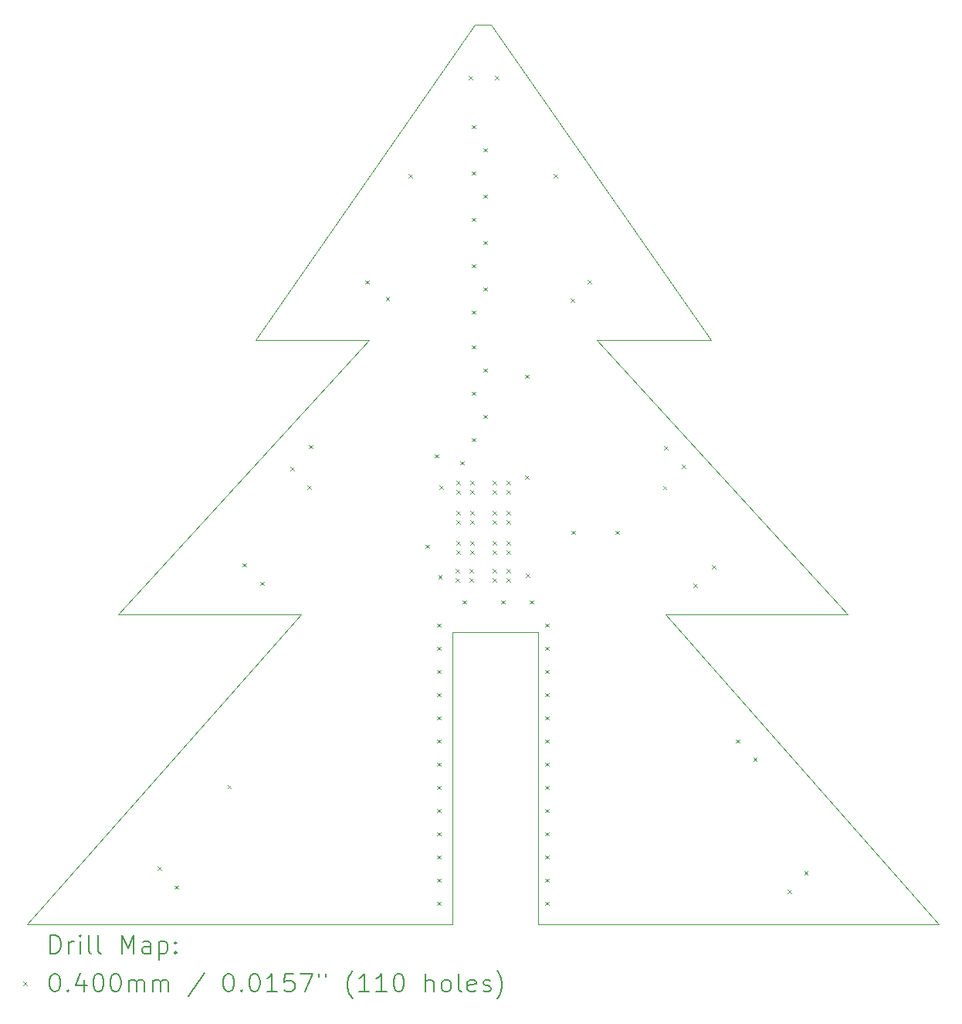
<source format=gbr>
%TF.GenerationSoftware,KiCad,Pcbnew,7.0.8*%
%TF.CreationDate,2024-11-08T22:29:14+01:00*%
%TF.ProjectId,PCB_Christmas_Tree.kicad_pcb_bez_logo_AGH,5043425f-4368-4726-9973-746d61735f54,rev?*%
%TF.SameCoordinates,Original*%
%TF.FileFunction,Drillmap*%
%TF.FilePolarity,Positive*%
%FSLAX45Y45*%
G04 Gerber Fmt 4.5, Leading zero omitted, Abs format (unit mm)*
G04 Created by KiCad (PCBNEW 7.0.8) date 2024-11-08 22:29:14*
%MOMM*%
%LPD*%
G01*
G04 APERTURE LIST*
%ADD10C,0.100000*%
%ADD11C,0.200000*%
%ADD12C,0.040000*%
G04 APERTURE END LIST*
D10*
X11682300Y-10809800D02*
X14682300Y-14209800D01*
X9346700Y-11009800D02*
X9346700Y-14208400D01*
X10932300Y-7809800D02*
X13682300Y-10809800D01*
X8432300Y-7809800D02*
X5682300Y-10809800D01*
X10282300Y-14209800D02*
X10282300Y-11009800D01*
X9772300Y-4349800D02*
X9592300Y-4349800D01*
X9772300Y-4349800D02*
X12182300Y-7809800D01*
X9592300Y-4349800D02*
X7182300Y-7809800D01*
X7182300Y-7809800D02*
X8432300Y-7809800D01*
X10282300Y-14209800D02*
X14682300Y-14209800D01*
X7682300Y-10809800D02*
X4682300Y-14209800D01*
X13682300Y-10809800D02*
X11682300Y-10809800D01*
X4682300Y-14209800D02*
X9346700Y-14208400D01*
X7682300Y-10809800D02*
X5682300Y-10809800D01*
X10282300Y-11009800D02*
X9346700Y-11009800D01*
X10932300Y-7809800D02*
X12182300Y-7809800D01*
D11*
D12*
X6111060Y-13573720D02*
X6151060Y-13613720D01*
X6151060Y-13573720D02*
X6111060Y-13613720D01*
X6299020Y-13782000D02*
X6339020Y-13822000D01*
X6339020Y-13782000D02*
X6299020Y-13822000D01*
X6878140Y-12679640D02*
X6918140Y-12719640D01*
X6918140Y-12679640D02*
X6878140Y-12719640D01*
X7045780Y-10251400D02*
X7085780Y-10291400D01*
X7085780Y-10251400D02*
X7045780Y-10291400D01*
X7238820Y-10454600D02*
X7278820Y-10494600D01*
X7278820Y-10454600D02*
X7238820Y-10494600D01*
X7569020Y-9194760D02*
X7609020Y-9234760D01*
X7609020Y-9194760D02*
X7569020Y-9234760D01*
X7756980Y-9397960D02*
X7796980Y-9437960D01*
X7796980Y-9397960D02*
X7756980Y-9437960D01*
X7772220Y-8956000D02*
X7812220Y-8996000D01*
X7812220Y-8956000D02*
X7772220Y-8996000D01*
X8391980Y-7152600D02*
X8431980Y-7192600D01*
X8431980Y-7152600D02*
X8391980Y-7192600D01*
X8614400Y-7336100D02*
X8654400Y-7376100D01*
X8654400Y-7336100D02*
X8614400Y-7376100D01*
X8864420Y-5989280D02*
X8904420Y-6029280D01*
X8904420Y-5989280D02*
X8864420Y-6029280D01*
X9047300Y-10048200D02*
X9087300Y-10088200D01*
X9087300Y-10048200D02*
X9047300Y-10088200D01*
X9148900Y-9057600D02*
X9188900Y-9097600D01*
X9188900Y-9057600D02*
X9148900Y-9097600D01*
X9174300Y-10911800D02*
X9214300Y-10951800D01*
X9214300Y-10911800D02*
X9174300Y-10951800D01*
X9174300Y-11165800D02*
X9214300Y-11205800D01*
X9214300Y-11165800D02*
X9174300Y-11205800D01*
X9174300Y-11419800D02*
X9214300Y-11459800D01*
X9214300Y-11419800D02*
X9174300Y-11459800D01*
X9174300Y-11673800D02*
X9214300Y-11713800D01*
X9214300Y-11673800D02*
X9174300Y-11713800D01*
X9174300Y-11927800D02*
X9214300Y-11967800D01*
X9214300Y-11927800D02*
X9174300Y-11967800D01*
X9174300Y-12181800D02*
X9214300Y-12221800D01*
X9214300Y-12181800D02*
X9174300Y-12221800D01*
X9174300Y-12435800D02*
X9214300Y-12475800D01*
X9214300Y-12435800D02*
X9174300Y-12475800D01*
X9174300Y-12689800D02*
X9214300Y-12729800D01*
X9214300Y-12689800D02*
X9174300Y-12729800D01*
X9174300Y-12943800D02*
X9214300Y-12983800D01*
X9214300Y-12943800D02*
X9174300Y-12983800D01*
X9174300Y-13197800D02*
X9214300Y-13237800D01*
X9214300Y-13197800D02*
X9174300Y-13237800D01*
X9174300Y-13451800D02*
X9214300Y-13491800D01*
X9214300Y-13451800D02*
X9174300Y-13491800D01*
X9174300Y-13705800D02*
X9214300Y-13745800D01*
X9214300Y-13705800D02*
X9174300Y-13745800D01*
X9174300Y-13959800D02*
X9214300Y-13999800D01*
X9214300Y-13959800D02*
X9174300Y-13999800D01*
X9189540Y-10383480D02*
X9229540Y-10423480D01*
X9229540Y-10383480D02*
X9189540Y-10423480D01*
X9199700Y-9400800D02*
X9239700Y-9440800D01*
X9239700Y-9400800D02*
X9199700Y-9440800D01*
X9377500Y-10314900D02*
X9417500Y-10354900D01*
X9417500Y-10314900D02*
X9377500Y-10354900D01*
X9377500Y-10416500D02*
X9417500Y-10456500D01*
X9417500Y-10416500D02*
X9377500Y-10456500D01*
X9390200Y-9349700D02*
X9430200Y-9389700D01*
X9430200Y-9349700D02*
X9390200Y-9389700D01*
X9390200Y-9451300D02*
X9430200Y-9491300D01*
X9430200Y-9451300D02*
X9390200Y-9491300D01*
X9390200Y-9679900D02*
X9430200Y-9719900D01*
X9430200Y-9679900D02*
X9390200Y-9719900D01*
X9390200Y-9781500D02*
X9430200Y-9821500D01*
X9430200Y-9781500D02*
X9390200Y-9821500D01*
X9390200Y-10010100D02*
X9430200Y-10050100D01*
X9430200Y-10010100D02*
X9390200Y-10050100D01*
X9390200Y-10111700D02*
X9430200Y-10151700D01*
X9430200Y-10111700D02*
X9390200Y-10151700D01*
X9428300Y-9133800D02*
X9468300Y-9173800D01*
X9468300Y-9133800D02*
X9428300Y-9173800D01*
X9453700Y-10657800D02*
X9493700Y-10697800D01*
X9493700Y-10657800D02*
X9453700Y-10697800D01*
X9522300Y-4909800D02*
X9562300Y-4949800D01*
X9562300Y-4909800D02*
X9522300Y-4949800D01*
X9529900Y-10314900D02*
X9569900Y-10354900D01*
X9569900Y-10314900D02*
X9529900Y-10354900D01*
X9529900Y-10416500D02*
X9569900Y-10456500D01*
X9569900Y-10416500D02*
X9529900Y-10456500D01*
X9542600Y-9349700D02*
X9582600Y-9389700D01*
X9582600Y-9349700D02*
X9542600Y-9389700D01*
X9542600Y-9451300D02*
X9582600Y-9491300D01*
X9582600Y-9451300D02*
X9542600Y-9491300D01*
X9542600Y-9679900D02*
X9582600Y-9719900D01*
X9582600Y-9679900D02*
X9542600Y-9719900D01*
X9542600Y-9781500D02*
X9582600Y-9821500D01*
X9582600Y-9781500D02*
X9542600Y-9821500D01*
X9542600Y-10010100D02*
X9582600Y-10050100D01*
X9582600Y-10010100D02*
X9542600Y-10050100D01*
X9542600Y-10111700D02*
X9582600Y-10151700D01*
X9582600Y-10111700D02*
X9542600Y-10151700D01*
X9555300Y-5450800D02*
X9595300Y-5490800D01*
X9595300Y-5450800D02*
X9555300Y-5490800D01*
X9555300Y-5958800D02*
X9595300Y-5998800D01*
X9595300Y-5958800D02*
X9555300Y-5998800D01*
X9555300Y-6466800D02*
X9595300Y-6506800D01*
X9595300Y-6466800D02*
X9555300Y-6506800D01*
X9555300Y-6974800D02*
X9595300Y-7014800D01*
X9595300Y-6974800D02*
X9555300Y-7014800D01*
X9555300Y-7482800D02*
X9595300Y-7522800D01*
X9595300Y-7482800D02*
X9555300Y-7522800D01*
X9555300Y-7863800D02*
X9595300Y-7903800D01*
X9595300Y-7863800D02*
X9555300Y-7903800D01*
X9555300Y-8371800D02*
X9595300Y-8411800D01*
X9595300Y-8371800D02*
X9555300Y-8411800D01*
X9555300Y-8879800D02*
X9595300Y-8919800D01*
X9595300Y-8879800D02*
X9555300Y-8919800D01*
X9682300Y-5704800D02*
X9722300Y-5744800D01*
X9722300Y-5704800D02*
X9682300Y-5744800D01*
X9682300Y-6212800D02*
X9722300Y-6252800D01*
X9722300Y-6212800D02*
X9682300Y-6252800D01*
X9682300Y-6720800D02*
X9722300Y-6760800D01*
X9722300Y-6720800D02*
X9682300Y-6760800D01*
X9682300Y-7228800D02*
X9722300Y-7268800D01*
X9722300Y-7228800D02*
X9682300Y-7268800D01*
X9682300Y-8117800D02*
X9722300Y-8157800D01*
X9722300Y-8117800D02*
X9682300Y-8157800D01*
X9682300Y-8625800D02*
X9722300Y-8665800D01*
X9722300Y-8625800D02*
X9682300Y-8665800D01*
X9783900Y-9349700D02*
X9823900Y-9389700D01*
X9823900Y-9349700D02*
X9783900Y-9389700D01*
X9783900Y-9451300D02*
X9823900Y-9491300D01*
X9823900Y-9451300D02*
X9783900Y-9491300D01*
X9783900Y-9679900D02*
X9823900Y-9719900D01*
X9823900Y-9679900D02*
X9783900Y-9719900D01*
X9783900Y-9781500D02*
X9823900Y-9821500D01*
X9823900Y-9781500D02*
X9783900Y-9821500D01*
X9783900Y-10010100D02*
X9823900Y-10050100D01*
X9823900Y-10010100D02*
X9783900Y-10050100D01*
X9783900Y-10111700D02*
X9823900Y-10151700D01*
X9823900Y-10111700D02*
X9783900Y-10151700D01*
X9783900Y-10314900D02*
X9823900Y-10354900D01*
X9823900Y-10314900D02*
X9783900Y-10354900D01*
X9783900Y-10416500D02*
X9823900Y-10456500D01*
X9823900Y-10416500D02*
X9783900Y-10456500D01*
X9812300Y-4909800D02*
X9852300Y-4949800D01*
X9852300Y-4909800D02*
X9812300Y-4949800D01*
X9880420Y-10657800D02*
X9920420Y-10697800D01*
X9920420Y-10657800D02*
X9880420Y-10697800D01*
X9936300Y-9349700D02*
X9976300Y-9389700D01*
X9976300Y-9349700D02*
X9936300Y-9389700D01*
X9936300Y-9451300D02*
X9976300Y-9491300D01*
X9976300Y-9451300D02*
X9936300Y-9491300D01*
X9936300Y-9679900D02*
X9976300Y-9719900D01*
X9976300Y-9679900D02*
X9936300Y-9719900D01*
X9936300Y-9781500D02*
X9976300Y-9821500D01*
X9976300Y-9781500D02*
X9936300Y-9821500D01*
X9936300Y-10010100D02*
X9976300Y-10050100D01*
X9976300Y-10010100D02*
X9936300Y-10050100D01*
X9936300Y-10111700D02*
X9976300Y-10151700D01*
X9976300Y-10111700D02*
X9936300Y-10151700D01*
X9936300Y-10314900D02*
X9976300Y-10354900D01*
X9976300Y-10314900D02*
X9936300Y-10354900D01*
X9936300Y-10416500D02*
X9976300Y-10456500D01*
X9976300Y-10416500D02*
X9936300Y-10456500D01*
X10144580Y-8183840D02*
X10184580Y-8223840D01*
X10184580Y-8183840D02*
X10144580Y-8223840D01*
X10144580Y-9291280D02*
X10184580Y-9331280D01*
X10184580Y-9291280D02*
X10144580Y-9331280D01*
X10152200Y-10365700D02*
X10192200Y-10405700D01*
X10192200Y-10365700D02*
X10152200Y-10405700D01*
X10190300Y-10657800D02*
X10230300Y-10697800D01*
X10230300Y-10657800D02*
X10190300Y-10697800D01*
X10362300Y-10911800D02*
X10402300Y-10951800D01*
X10402300Y-10911800D02*
X10362300Y-10951800D01*
X10362300Y-11165800D02*
X10402300Y-11205800D01*
X10402300Y-11165800D02*
X10362300Y-11205800D01*
X10362300Y-11419800D02*
X10402300Y-11459800D01*
X10402300Y-11419800D02*
X10362300Y-11459800D01*
X10362300Y-11673800D02*
X10402300Y-11713800D01*
X10402300Y-11673800D02*
X10362300Y-11713800D01*
X10362300Y-11927800D02*
X10402300Y-11967800D01*
X10402300Y-11927800D02*
X10362300Y-11967800D01*
X10362300Y-12181800D02*
X10402300Y-12221800D01*
X10402300Y-12181800D02*
X10362300Y-12221800D01*
X10362300Y-12435800D02*
X10402300Y-12475800D01*
X10402300Y-12435800D02*
X10362300Y-12475800D01*
X10362300Y-12689800D02*
X10402300Y-12729800D01*
X10402300Y-12689800D02*
X10362300Y-12729800D01*
X10362300Y-12943800D02*
X10402300Y-12983800D01*
X10402300Y-12943800D02*
X10362300Y-12983800D01*
X10362300Y-13197800D02*
X10402300Y-13237800D01*
X10402300Y-13197800D02*
X10362300Y-13237800D01*
X10362300Y-13451800D02*
X10402300Y-13491800D01*
X10402300Y-13451800D02*
X10362300Y-13491800D01*
X10362300Y-13705800D02*
X10402300Y-13745800D01*
X10402300Y-13705800D02*
X10362300Y-13745800D01*
X10362300Y-13959800D02*
X10402300Y-13999800D01*
X10402300Y-13959800D02*
X10362300Y-13999800D01*
X10454460Y-5989280D02*
X10494460Y-6029280D01*
X10494460Y-5989280D02*
X10454460Y-6029280D01*
X10642300Y-7350400D02*
X10682300Y-7390400D01*
X10682300Y-7350400D02*
X10642300Y-7390400D01*
X10647500Y-9895800D02*
X10687500Y-9935800D01*
X10687500Y-9895800D02*
X10647500Y-9935800D01*
X10830380Y-7147520D02*
X10870380Y-7187520D01*
X10870380Y-7147520D02*
X10830380Y-7187520D01*
X11130100Y-9895800D02*
X11170100Y-9935800D01*
X11170100Y-9895800D02*
X11130100Y-9935800D01*
X11653340Y-9403040D02*
X11693340Y-9443040D01*
X11693340Y-9403040D02*
X11653340Y-9443040D01*
X11663500Y-8966160D02*
X11703500Y-9006160D01*
X11703500Y-8966160D02*
X11663500Y-9006160D01*
X11861620Y-9169360D02*
X11901620Y-9209360D01*
X11901620Y-9169360D02*
X11861620Y-9209360D01*
X11988620Y-10474920D02*
X12028620Y-10514920D01*
X12028620Y-10474920D02*
X11988620Y-10514920D01*
X12191820Y-10271720D02*
X12231820Y-10311720D01*
X12231820Y-10271720D02*
X12191820Y-10311720D01*
X12455980Y-12181800D02*
X12495980Y-12221800D01*
X12495980Y-12181800D02*
X12455980Y-12221800D01*
X12643940Y-12379920D02*
X12683940Y-12419920D01*
X12683940Y-12379920D02*
X12643940Y-12419920D01*
X13019860Y-13827720D02*
X13059860Y-13867720D01*
X13059860Y-13827720D02*
X13019860Y-13867720D01*
X13202740Y-13624520D02*
X13242740Y-13664520D01*
X13242740Y-13624520D02*
X13202740Y-13664520D01*
D11*
X4938077Y-14526284D02*
X4938077Y-14326284D01*
X4938077Y-14326284D02*
X4985696Y-14326284D01*
X4985696Y-14326284D02*
X5014267Y-14335808D01*
X5014267Y-14335808D02*
X5033315Y-14354855D01*
X5033315Y-14354855D02*
X5042839Y-14373903D01*
X5042839Y-14373903D02*
X5052363Y-14411998D01*
X5052363Y-14411998D02*
X5052363Y-14440569D01*
X5052363Y-14440569D02*
X5042839Y-14478665D01*
X5042839Y-14478665D02*
X5033315Y-14497712D01*
X5033315Y-14497712D02*
X5014267Y-14516760D01*
X5014267Y-14516760D02*
X4985696Y-14526284D01*
X4985696Y-14526284D02*
X4938077Y-14526284D01*
X5138077Y-14526284D02*
X5138077Y-14392950D01*
X5138077Y-14431046D02*
X5147601Y-14411998D01*
X5147601Y-14411998D02*
X5157124Y-14402474D01*
X5157124Y-14402474D02*
X5176172Y-14392950D01*
X5176172Y-14392950D02*
X5195220Y-14392950D01*
X5261886Y-14526284D02*
X5261886Y-14392950D01*
X5261886Y-14326284D02*
X5252363Y-14335808D01*
X5252363Y-14335808D02*
X5261886Y-14345331D01*
X5261886Y-14345331D02*
X5271410Y-14335808D01*
X5271410Y-14335808D02*
X5261886Y-14326284D01*
X5261886Y-14326284D02*
X5261886Y-14345331D01*
X5385696Y-14526284D02*
X5366648Y-14516760D01*
X5366648Y-14516760D02*
X5357124Y-14497712D01*
X5357124Y-14497712D02*
X5357124Y-14326284D01*
X5490458Y-14526284D02*
X5471410Y-14516760D01*
X5471410Y-14516760D02*
X5461886Y-14497712D01*
X5461886Y-14497712D02*
X5461886Y-14326284D01*
X5719029Y-14526284D02*
X5719029Y-14326284D01*
X5719029Y-14326284D02*
X5785696Y-14469141D01*
X5785696Y-14469141D02*
X5852362Y-14326284D01*
X5852362Y-14326284D02*
X5852362Y-14526284D01*
X6033315Y-14526284D02*
X6033315Y-14421522D01*
X6033315Y-14421522D02*
X6023791Y-14402474D01*
X6023791Y-14402474D02*
X6004743Y-14392950D01*
X6004743Y-14392950D02*
X5966648Y-14392950D01*
X5966648Y-14392950D02*
X5947601Y-14402474D01*
X6033315Y-14516760D02*
X6014267Y-14526284D01*
X6014267Y-14526284D02*
X5966648Y-14526284D01*
X5966648Y-14526284D02*
X5947601Y-14516760D01*
X5947601Y-14516760D02*
X5938077Y-14497712D01*
X5938077Y-14497712D02*
X5938077Y-14478665D01*
X5938077Y-14478665D02*
X5947601Y-14459617D01*
X5947601Y-14459617D02*
X5966648Y-14450093D01*
X5966648Y-14450093D02*
X6014267Y-14450093D01*
X6014267Y-14450093D02*
X6033315Y-14440569D01*
X6128553Y-14392950D02*
X6128553Y-14592950D01*
X6128553Y-14402474D02*
X6147601Y-14392950D01*
X6147601Y-14392950D02*
X6185696Y-14392950D01*
X6185696Y-14392950D02*
X6204743Y-14402474D01*
X6204743Y-14402474D02*
X6214267Y-14411998D01*
X6214267Y-14411998D02*
X6223791Y-14431046D01*
X6223791Y-14431046D02*
X6223791Y-14488188D01*
X6223791Y-14488188D02*
X6214267Y-14507236D01*
X6214267Y-14507236D02*
X6204743Y-14516760D01*
X6204743Y-14516760D02*
X6185696Y-14526284D01*
X6185696Y-14526284D02*
X6147601Y-14526284D01*
X6147601Y-14526284D02*
X6128553Y-14516760D01*
X6309505Y-14507236D02*
X6319029Y-14516760D01*
X6319029Y-14516760D02*
X6309505Y-14526284D01*
X6309505Y-14526284D02*
X6299982Y-14516760D01*
X6299982Y-14516760D02*
X6309505Y-14507236D01*
X6309505Y-14507236D02*
X6309505Y-14526284D01*
X6309505Y-14402474D02*
X6319029Y-14411998D01*
X6319029Y-14411998D02*
X6309505Y-14421522D01*
X6309505Y-14421522D02*
X6299982Y-14411998D01*
X6299982Y-14411998D02*
X6309505Y-14402474D01*
X6309505Y-14402474D02*
X6309505Y-14421522D01*
D12*
X4637300Y-14834800D02*
X4677300Y-14874800D01*
X4677300Y-14834800D02*
X4637300Y-14874800D01*
D11*
X4976172Y-14746284D02*
X4995220Y-14746284D01*
X4995220Y-14746284D02*
X5014267Y-14755808D01*
X5014267Y-14755808D02*
X5023791Y-14765331D01*
X5023791Y-14765331D02*
X5033315Y-14784379D01*
X5033315Y-14784379D02*
X5042839Y-14822474D01*
X5042839Y-14822474D02*
X5042839Y-14870093D01*
X5042839Y-14870093D02*
X5033315Y-14908188D01*
X5033315Y-14908188D02*
X5023791Y-14927236D01*
X5023791Y-14927236D02*
X5014267Y-14936760D01*
X5014267Y-14936760D02*
X4995220Y-14946284D01*
X4995220Y-14946284D02*
X4976172Y-14946284D01*
X4976172Y-14946284D02*
X4957124Y-14936760D01*
X4957124Y-14936760D02*
X4947601Y-14927236D01*
X4947601Y-14927236D02*
X4938077Y-14908188D01*
X4938077Y-14908188D02*
X4928553Y-14870093D01*
X4928553Y-14870093D02*
X4928553Y-14822474D01*
X4928553Y-14822474D02*
X4938077Y-14784379D01*
X4938077Y-14784379D02*
X4947601Y-14765331D01*
X4947601Y-14765331D02*
X4957124Y-14755808D01*
X4957124Y-14755808D02*
X4976172Y-14746284D01*
X5128553Y-14927236D02*
X5138077Y-14936760D01*
X5138077Y-14936760D02*
X5128553Y-14946284D01*
X5128553Y-14946284D02*
X5119029Y-14936760D01*
X5119029Y-14936760D02*
X5128553Y-14927236D01*
X5128553Y-14927236D02*
X5128553Y-14946284D01*
X5309505Y-14812950D02*
X5309505Y-14946284D01*
X5261886Y-14736760D02*
X5214267Y-14879617D01*
X5214267Y-14879617D02*
X5338077Y-14879617D01*
X5452363Y-14746284D02*
X5471410Y-14746284D01*
X5471410Y-14746284D02*
X5490458Y-14755808D01*
X5490458Y-14755808D02*
X5499982Y-14765331D01*
X5499982Y-14765331D02*
X5509505Y-14784379D01*
X5509505Y-14784379D02*
X5519029Y-14822474D01*
X5519029Y-14822474D02*
X5519029Y-14870093D01*
X5519029Y-14870093D02*
X5509505Y-14908188D01*
X5509505Y-14908188D02*
X5499982Y-14927236D01*
X5499982Y-14927236D02*
X5490458Y-14936760D01*
X5490458Y-14936760D02*
X5471410Y-14946284D01*
X5471410Y-14946284D02*
X5452363Y-14946284D01*
X5452363Y-14946284D02*
X5433315Y-14936760D01*
X5433315Y-14936760D02*
X5423791Y-14927236D01*
X5423791Y-14927236D02*
X5414267Y-14908188D01*
X5414267Y-14908188D02*
X5404744Y-14870093D01*
X5404744Y-14870093D02*
X5404744Y-14822474D01*
X5404744Y-14822474D02*
X5414267Y-14784379D01*
X5414267Y-14784379D02*
X5423791Y-14765331D01*
X5423791Y-14765331D02*
X5433315Y-14755808D01*
X5433315Y-14755808D02*
X5452363Y-14746284D01*
X5642839Y-14746284D02*
X5661886Y-14746284D01*
X5661886Y-14746284D02*
X5680934Y-14755808D01*
X5680934Y-14755808D02*
X5690458Y-14765331D01*
X5690458Y-14765331D02*
X5699982Y-14784379D01*
X5699982Y-14784379D02*
X5709505Y-14822474D01*
X5709505Y-14822474D02*
X5709505Y-14870093D01*
X5709505Y-14870093D02*
X5699982Y-14908188D01*
X5699982Y-14908188D02*
X5690458Y-14927236D01*
X5690458Y-14927236D02*
X5680934Y-14936760D01*
X5680934Y-14936760D02*
X5661886Y-14946284D01*
X5661886Y-14946284D02*
X5642839Y-14946284D01*
X5642839Y-14946284D02*
X5623791Y-14936760D01*
X5623791Y-14936760D02*
X5614267Y-14927236D01*
X5614267Y-14927236D02*
X5604743Y-14908188D01*
X5604743Y-14908188D02*
X5595220Y-14870093D01*
X5595220Y-14870093D02*
X5595220Y-14822474D01*
X5595220Y-14822474D02*
X5604743Y-14784379D01*
X5604743Y-14784379D02*
X5614267Y-14765331D01*
X5614267Y-14765331D02*
X5623791Y-14755808D01*
X5623791Y-14755808D02*
X5642839Y-14746284D01*
X5795220Y-14946284D02*
X5795220Y-14812950D01*
X5795220Y-14831998D02*
X5804743Y-14822474D01*
X5804743Y-14822474D02*
X5823791Y-14812950D01*
X5823791Y-14812950D02*
X5852363Y-14812950D01*
X5852363Y-14812950D02*
X5871410Y-14822474D01*
X5871410Y-14822474D02*
X5880934Y-14841522D01*
X5880934Y-14841522D02*
X5880934Y-14946284D01*
X5880934Y-14841522D02*
X5890458Y-14822474D01*
X5890458Y-14822474D02*
X5909505Y-14812950D01*
X5909505Y-14812950D02*
X5938077Y-14812950D01*
X5938077Y-14812950D02*
X5957124Y-14822474D01*
X5957124Y-14822474D02*
X5966648Y-14841522D01*
X5966648Y-14841522D02*
X5966648Y-14946284D01*
X6061886Y-14946284D02*
X6061886Y-14812950D01*
X6061886Y-14831998D02*
X6071410Y-14822474D01*
X6071410Y-14822474D02*
X6090458Y-14812950D01*
X6090458Y-14812950D02*
X6119029Y-14812950D01*
X6119029Y-14812950D02*
X6138077Y-14822474D01*
X6138077Y-14822474D02*
X6147601Y-14841522D01*
X6147601Y-14841522D02*
X6147601Y-14946284D01*
X6147601Y-14841522D02*
X6157124Y-14822474D01*
X6157124Y-14822474D02*
X6176172Y-14812950D01*
X6176172Y-14812950D02*
X6204743Y-14812950D01*
X6204743Y-14812950D02*
X6223791Y-14822474D01*
X6223791Y-14822474D02*
X6233315Y-14841522D01*
X6233315Y-14841522D02*
X6233315Y-14946284D01*
X6623791Y-14736760D02*
X6452363Y-14993903D01*
X6880934Y-14746284D02*
X6899982Y-14746284D01*
X6899982Y-14746284D02*
X6919029Y-14755808D01*
X6919029Y-14755808D02*
X6928553Y-14765331D01*
X6928553Y-14765331D02*
X6938077Y-14784379D01*
X6938077Y-14784379D02*
X6947601Y-14822474D01*
X6947601Y-14822474D02*
X6947601Y-14870093D01*
X6947601Y-14870093D02*
X6938077Y-14908188D01*
X6938077Y-14908188D02*
X6928553Y-14927236D01*
X6928553Y-14927236D02*
X6919029Y-14936760D01*
X6919029Y-14936760D02*
X6899982Y-14946284D01*
X6899982Y-14946284D02*
X6880934Y-14946284D01*
X6880934Y-14946284D02*
X6861886Y-14936760D01*
X6861886Y-14936760D02*
X6852363Y-14927236D01*
X6852363Y-14927236D02*
X6842839Y-14908188D01*
X6842839Y-14908188D02*
X6833315Y-14870093D01*
X6833315Y-14870093D02*
X6833315Y-14822474D01*
X6833315Y-14822474D02*
X6842839Y-14784379D01*
X6842839Y-14784379D02*
X6852363Y-14765331D01*
X6852363Y-14765331D02*
X6861886Y-14755808D01*
X6861886Y-14755808D02*
X6880934Y-14746284D01*
X7033315Y-14927236D02*
X7042839Y-14936760D01*
X7042839Y-14936760D02*
X7033315Y-14946284D01*
X7033315Y-14946284D02*
X7023791Y-14936760D01*
X7023791Y-14936760D02*
X7033315Y-14927236D01*
X7033315Y-14927236D02*
X7033315Y-14946284D01*
X7166648Y-14746284D02*
X7185696Y-14746284D01*
X7185696Y-14746284D02*
X7204744Y-14755808D01*
X7204744Y-14755808D02*
X7214267Y-14765331D01*
X7214267Y-14765331D02*
X7223791Y-14784379D01*
X7223791Y-14784379D02*
X7233315Y-14822474D01*
X7233315Y-14822474D02*
X7233315Y-14870093D01*
X7233315Y-14870093D02*
X7223791Y-14908188D01*
X7223791Y-14908188D02*
X7214267Y-14927236D01*
X7214267Y-14927236D02*
X7204744Y-14936760D01*
X7204744Y-14936760D02*
X7185696Y-14946284D01*
X7185696Y-14946284D02*
X7166648Y-14946284D01*
X7166648Y-14946284D02*
X7147601Y-14936760D01*
X7147601Y-14936760D02*
X7138077Y-14927236D01*
X7138077Y-14927236D02*
X7128553Y-14908188D01*
X7128553Y-14908188D02*
X7119029Y-14870093D01*
X7119029Y-14870093D02*
X7119029Y-14822474D01*
X7119029Y-14822474D02*
X7128553Y-14784379D01*
X7128553Y-14784379D02*
X7138077Y-14765331D01*
X7138077Y-14765331D02*
X7147601Y-14755808D01*
X7147601Y-14755808D02*
X7166648Y-14746284D01*
X7423791Y-14946284D02*
X7309506Y-14946284D01*
X7366648Y-14946284D02*
X7366648Y-14746284D01*
X7366648Y-14746284D02*
X7347601Y-14774855D01*
X7347601Y-14774855D02*
X7328553Y-14793903D01*
X7328553Y-14793903D02*
X7309506Y-14803427D01*
X7604744Y-14746284D02*
X7509506Y-14746284D01*
X7509506Y-14746284D02*
X7499982Y-14841522D01*
X7499982Y-14841522D02*
X7509506Y-14831998D01*
X7509506Y-14831998D02*
X7528553Y-14822474D01*
X7528553Y-14822474D02*
X7576172Y-14822474D01*
X7576172Y-14822474D02*
X7595220Y-14831998D01*
X7595220Y-14831998D02*
X7604744Y-14841522D01*
X7604744Y-14841522D02*
X7614267Y-14860569D01*
X7614267Y-14860569D02*
X7614267Y-14908188D01*
X7614267Y-14908188D02*
X7604744Y-14927236D01*
X7604744Y-14927236D02*
X7595220Y-14936760D01*
X7595220Y-14936760D02*
X7576172Y-14946284D01*
X7576172Y-14946284D02*
X7528553Y-14946284D01*
X7528553Y-14946284D02*
X7509506Y-14936760D01*
X7509506Y-14936760D02*
X7499982Y-14927236D01*
X7680934Y-14746284D02*
X7814267Y-14746284D01*
X7814267Y-14746284D02*
X7728553Y-14946284D01*
X7880934Y-14746284D02*
X7880934Y-14784379D01*
X7957125Y-14746284D02*
X7957125Y-14784379D01*
X8252363Y-15022474D02*
X8242839Y-15012950D01*
X8242839Y-15012950D02*
X8223791Y-14984379D01*
X8223791Y-14984379D02*
X8214268Y-14965331D01*
X8214268Y-14965331D02*
X8204744Y-14936760D01*
X8204744Y-14936760D02*
X8195220Y-14889141D01*
X8195220Y-14889141D02*
X8195220Y-14851046D01*
X8195220Y-14851046D02*
X8204744Y-14803427D01*
X8204744Y-14803427D02*
X8214268Y-14774855D01*
X8214268Y-14774855D02*
X8223791Y-14755808D01*
X8223791Y-14755808D02*
X8242839Y-14727236D01*
X8242839Y-14727236D02*
X8252363Y-14717712D01*
X8433315Y-14946284D02*
X8319029Y-14946284D01*
X8376172Y-14946284D02*
X8376172Y-14746284D01*
X8376172Y-14746284D02*
X8357125Y-14774855D01*
X8357125Y-14774855D02*
X8338077Y-14793903D01*
X8338077Y-14793903D02*
X8319029Y-14803427D01*
X8623791Y-14946284D02*
X8509506Y-14946284D01*
X8566649Y-14946284D02*
X8566649Y-14746284D01*
X8566649Y-14746284D02*
X8547601Y-14774855D01*
X8547601Y-14774855D02*
X8528553Y-14793903D01*
X8528553Y-14793903D02*
X8509506Y-14803427D01*
X8747601Y-14746284D02*
X8766649Y-14746284D01*
X8766649Y-14746284D02*
X8785696Y-14755808D01*
X8785696Y-14755808D02*
X8795220Y-14765331D01*
X8795220Y-14765331D02*
X8804744Y-14784379D01*
X8804744Y-14784379D02*
X8814268Y-14822474D01*
X8814268Y-14822474D02*
X8814268Y-14870093D01*
X8814268Y-14870093D02*
X8804744Y-14908188D01*
X8804744Y-14908188D02*
X8795220Y-14927236D01*
X8795220Y-14927236D02*
X8785696Y-14936760D01*
X8785696Y-14936760D02*
X8766649Y-14946284D01*
X8766649Y-14946284D02*
X8747601Y-14946284D01*
X8747601Y-14946284D02*
X8728553Y-14936760D01*
X8728553Y-14936760D02*
X8719030Y-14927236D01*
X8719030Y-14927236D02*
X8709506Y-14908188D01*
X8709506Y-14908188D02*
X8699982Y-14870093D01*
X8699982Y-14870093D02*
X8699982Y-14822474D01*
X8699982Y-14822474D02*
X8709506Y-14784379D01*
X8709506Y-14784379D02*
X8719030Y-14765331D01*
X8719030Y-14765331D02*
X8728553Y-14755808D01*
X8728553Y-14755808D02*
X8747601Y-14746284D01*
X9052363Y-14946284D02*
X9052363Y-14746284D01*
X9138077Y-14946284D02*
X9138077Y-14841522D01*
X9138077Y-14841522D02*
X9128553Y-14822474D01*
X9128553Y-14822474D02*
X9109506Y-14812950D01*
X9109506Y-14812950D02*
X9080934Y-14812950D01*
X9080934Y-14812950D02*
X9061887Y-14822474D01*
X9061887Y-14822474D02*
X9052363Y-14831998D01*
X9261887Y-14946284D02*
X9242839Y-14936760D01*
X9242839Y-14936760D02*
X9233315Y-14927236D01*
X9233315Y-14927236D02*
X9223792Y-14908188D01*
X9223792Y-14908188D02*
X9223792Y-14851046D01*
X9223792Y-14851046D02*
X9233315Y-14831998D01*
X9233315Y-14831998D02*
X9242839Y-14822474D01*
X9242839Y-14822474D02*
X9261887Y-14812950D01*
X9261887Y-14812950D02*
X9290458Y-14812950D01*
X9290458Y-14812950D02*
X9309506Y-14822474D01*
X9309506Y-14822474D02*
X9319030Y-14831998D01*
X9319030Y-14831998D02*
X9328553Y-14851046D01*
X9328553Y-14851046D02*
X9328553Y-14908188D01*
X9328553Y-14908188D02*
X9319030Y-14927236D01*
X9319030Y-14927236D02*
X9309506Y-14936760D01*
X9309506Y-14936760D02*
X9290458Y-14946284D01*
X9290458Y-14946284D02*
X9261887Y-14946284D01*
X9442839Y-14946284D02*
X9423792Y-14936760D01*
X9423792Y-14936760D02*
X9414268Y-14917712D01*
X9414268Y-14917712D02*
X9414268Y-14746284D01*
X9595220Y-14936760D02*
X9576173Y-14946284D01*
X9576173Y-14946284D02*
X9538077Y-14946284D01*
X9538077Y-14946284D02*
X9519030Y-14936760D01*
X9519030Y-14936760D02*
X9509506Y-14917712D01*
X9509506Y-14917712D02*
X9509506Y-14841522D01*
X9509506Y-14841522D02*
X9519030Y-14822474D01*
X9519030Y-14822474D02*
X9538077Y-14812950D01*
X9538077Y-14812950D02*
X9576173Y-14812950D01*
X9576173Y-14812950D02*
X9595220Y-14822474D01*
X9595220Y-14822474D02*
X9604744Y-14841522D01*
X9604744Y-14841522D02*
X9604744Y-14860569D01*
X9604744Y-14860569D02*
X9509506Y-14879617D01*
X9680934Y-14936760D02*
X9699982Y-14946284D01*
X9699982Y-14946284D02*
X9738077Y-14946284D01*
X9738077Y-14946284D02*
X9757125Y-14936760D01*
X9757125Y-14936760D02*
X9766649Y-14917712D01*
X9766649Y-14917712D02*
X9766649Y-14908188D01*
X9766649Y-14908188D02*
X9757125Y-14889141D01*
X9757125Y-14889141D02*
X9738077Y-14879617D01*
X9738077Y-14879617D02*
X9709506Y-14879617D01*
X9709506Y-14879617D02*
X9690458Y-14870093D01*
X9690458Y-14870093D02*
X9680934Y-14851046D01*
X9680934Y-14851046D02*
X9680934Y-14841522D01*
X9680934Y-14841522D02*
X9690458Y-14822474D01*
X9690458Y-14822474D02*
X9709506Y-14812950D01*
X9709506Y-14812950D02*
X9738077Y-14812950D01*
X9738077Y-14812950D02*
X9757125Y-14822474D01*
X9833315Y-15022474D02*
X9842839Y-15012950D01*
X9842839Y-15012950D02*
X9861887Y-14984379D01*
X9861887Y-14984379D02*
X9871411Y-14965331D01*
X9871411Y-14965331D02*
X9880934Y-14936760D01*
X9880934Y-14936760D02*
X9890458Y-14889141D01*
X9890458Y-14889141D02*
X9890458Y-14851046D01*
X9890458Y-14851046D02*
X9880934Y-14803427D01*
X9880934Y-14803427D02*
X9871411Y-14774855D01*
X9871411Y-14774855D02*
X9861887Y-14755808D01*
X9861887Y-14755808D02*
X9842839Y-14727236D01*
X9842839Y-14727236D02*
X9833315Y-14717712D01*
M02*

</source>
